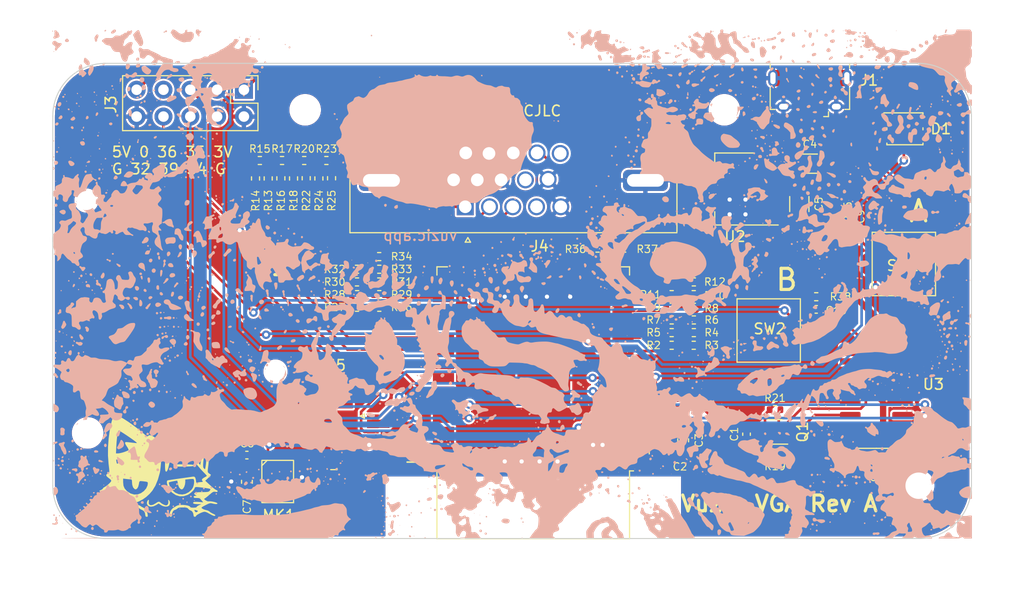
<source format=kicad_pcb>
(kicad_pcb (version 20211014) (generator pcbnew)
  (layers (0 "F.Cu" signal) (31 "B.Cu" signal) (34 "B.Paste" user) (35 "F.Paste" user) (36 "B.SilkS" user "B.Silkscreen") (37 "F.SilkS" user "F.Silkscreen") (38 "B.Mask" user) (39 "F.Mask" user) (44 "Edge.Cuts" user))
  (net 0 "")
  (net 1 "GND")
  (net 2 "/A_BUTTON")
  (net 3 "EN")
  (net 4 "+3V3")
  (net 5 "VUSB")
  (net 6 "/J_BUTTON")
  (net 7 "/G1")
  (net 8 "USBD_N")
  (net 9 "USBD_P")
  (net 10 "/MCK")
  (net 11 "/MDA")
  (net 12 "RTS")
  (net 13 "Net-(Q1-Pad2)")
  (net 14 "GPIO0")
  (net 15 "DTR")
  (net 16 "Net-(Q1-Pad5)")
  (net 17 "/G2")
  (net 18 "/R3")
  (net 19 "Net-(R13-Pad2)")
  (net 20 "/B1")
  (net 21 "/R4")
  (net 22 "/RED")
  (net 23 "/R5")
  (net 24 "Net-(R20-Pad1)")
  (net 25 "RX")
  (net 26 "TX")
  (net 27 "/G3")
  (net 28 "/R2")
  (net 29 "/B2")
  (net 30 "/G4")
  (net 31 "/GREEN")
  (net 32 "/R1")
  (net 33 "/G5")
  (net 34 "/L{slash}R")
  (net 35 "/U{slash}D")
  (net 36 "/B3")
  (net 37 "/BLUE")
  (net 38 "/B4")
  (net 39 "/HSYNC")
  (net 40 "/VSYNC")
  (net 41 "/LED")
  (net 47 "Net-(J4-Pad13)")
  (net 48 "Net-(J4-Pad14)")
  (net 50 "Net-(R2-Pad2)")
  (net 51 "Net-(R4-Pad1)")
  (net 52 "Net-(R6-Pad1)")
  (net 53 "Net-(R10-Pad2)")
  (net 54 "Net-(R15-Pad1)")
  (net 55 "Net-(R17-Pad1)")
  (net 56 "Net-(R26-Pad2)")
  (net 57 "Net-(R28-Pad1)")
  (net 58 "Net-(R30-Pad1)")
  (net 73 "Net-(D1-Pad4)")
  (footprint "Resistor_SMD:R_0402_1005Metric" (layer "F.Cu") (at 110.7 97.9 -90)
    (fp_text reference "R1")
    (fp_text value "10k")
  )
  (footprint "Capacitor_SMD:C_0603_1608Metric" (layer "F.Cu") (at 129 102.7)
    (fp_text reference "C8")
    (fp_text value "0.1uF")
  )
  (footprint "RF_Module:ESP32-WROOM-32" (layer "F.Cu") (at 96.5 94.15 180)
    (fp_text reference "U1")
    (fp_text value "ESP32-WROOM-32U")
  )
  (footprint "Resistor_SMD:R_0402_1005Metric" (layer "F.Cu") (at 76.91 74.2 180)
    (fp_text reference "R23")
    (fp_text value "100")
  )
  (footprint "Resistor_SMD:R_0402_1005Metric" (layer "F.Cu") (at 111.7 91.7 180)
    (fp_text reference "R3")
    (fp_text value "200")
  )
  (footprint "Resistor_SMD:R_0402_1005Metric" (layer "F.Cu") (at 81.92 86.9 180)
    (fp_text reference "R29")
    (fp_text value "200")
  )
  (footprint "Resistor_SMD:R_0402_1005Metric" (layer "F.Cu") (at 123.3 87.1 180)
    (fp_text reference "R38")
    (fp_text value "10k")
  )
  (footprint "Package_TO_SOT_SMD:SOT-363_SC-70-6" (layer "F.Cu") (at 119.4 99.9 180)
    (fp_text reference "Q1")
    (fp_text value "UMH3N")
  )
  (footprint "Capacitor_SMD:C_0402_1005Metric" (layer "F.Cu") (at 69.38 102.1)
    (fp_text reference "C6")
    (fp_text value "0.1uF")
  )
  (footprint "Resistor_SMD:R_0402_1005Metric" (layer "F.Cu") (at 126.3 81.3 90)
    (fp_text reference "R35")
    (fp_text value "10k")
  )
  (footprint "Resistor_SMD:R_0402_1005Metric" (layer "F.Cu") (at 81.92 85.7 180)
    (fp_text reference "R31")
    (fp_text value "200")
  )
  (footprint "Resistor_SMD:R_0402_1005Metric" (layer "F.Cu") (at 79.81 84.5 180)
    (fp_text reference "R32")
    (fp_text value "100")
  )
  (footprint "MountingHole:MountingHole_2.5mm" (layer "F.Cu") (at 54.3 100)
    (fp_text reference "H4" hide)
    (fp_text value "MountingHole")
  )
  (footprint "Package_SO:SOIC-16_3.9x9.9mm_P1.27mm" (layer "F.Cu") (at 129 96.4 180)
    (fp_text reference "U3")
    (fp_text value "CH340C")
  )
  (footprint "Resistor_SMD:R_0402_1005Metric" (layer "F.Cu") (at 74.81 74.2 180)
    (fp_text reference "R20")
    (fp_text value "100")
  )
  (footprint "angio:1TS900A" (layer "F.Cu") (at 118.8 90.3 180)
    (fp_text reference "SW2")
    (fp_text value "SW_Push")
  )
  (footprint "Package_TO_SOT_SMD:SOT-223-3_TabPin2" (layer "F.Cu") (at 115.6 76.9 180)
    (fp_text reference "U2")
    (fp_text value "AMS1117-3.3")
  )
  (footprint "Resistor_SMD:R_0402_1005Metric" (layer "F.Cu") (at 111.71 89.3)
    (fp_text reference "R6")
    (fp_text value "100")
  )
  (footprint "MountingHole:MountingHole_2.5mm" (layer "F.Cu") (at 114.6 69.4)
    (fp_text reference "H2" hide)
    (fp_text value "MountingHole")
  )
  (footprint "Capacitor_SMD:C_0402_1005Metric" (layer "F.Cu") (at 123.3 88.3 180)
    (fp_text reference "C10")
    (fp_text value "0.1uF")
  )
  (footprint "Resistor_SMD:R_0402_1005Metric" (layer "F.Cu") (at 119.4 97.8 180)
    (fp_text reference "R21")
    (fp_text value "10k")
  )
  (footprint "vuzic:joycon" (layer "F.Cu") (at 61.210476 87.2)
    (fp_text reference "J5")
    (fp_text value "joycon")
  )
  (footprint "MSM261:MSM261D4030H1CPM" (layer "F.Cu") (at 72.3 104.6 180)
    (fp_text reference "MK1")
    (fp_text value "MSM261D4030H1CPM")
  )
  (footprint "Capacitor_SMD:C_1206_3216Metric" (layer "F.Cu") (at 122.7 74.5)
    (fp_text reference "C4")
    (fp_text value "22uF")
  )
  (footprint "Connector_USB:USB_Micro-B_Amphenol_10118194_Horizontal" (layer "F.Cu") (at 122.7 67.7 180)
    (fp_text reference "J1")
    (fp_text value "10118194-0001LF")
  )
  (footprint "Resistor_SMD:R_0402_1005Metric" (layer "F.Cu") (at 72.6 75.89 90)
    (fp_text reference "R16")
    (fp_text value "200")
  )
  (footprint "Resistor_SMD:R_0402_1005Metric" (layer "F.Cu") (at 75 75.88 90)
    (fp_text reference "R22")
    (fp_text value "200")
  )
  (footprint "Capacitor_SMD:C_0402_1005Metric" (layer "F.Cu") (at 127.5 81.3 90)
    (fp_text reference "C9")
    (fp_text value "0.1uF")
  )
  (footprint "Resistor_SMD:R_0402_1005Metric" (layer "F.Cu") (at 81.92 88.1 180)
    (fp_text reference "R26")
    (fp_text value "200")
  )
  (footprint "Resistor_SMD:R_0402_1005Metric" (layer "F.Cu") (at 77.4 75.88 -90)
    (fp_text reference "R25")
    (fp_text value "50")
  )
  (footprint "Resistor_SMD:R_0402_1005Metric" (layer "F.Cu") (at 70.2 75.9 90)
    (fp_text reference "R14")
    (fp_text value "200")
  )
  (footprint "angio:1TS900A" (layer "F.Cu") (at 131.6 84)
    (fp_text reference "SW1")
    (fp_text value "SW_Push")
  )
  (footprint "Resistor_SMD:R_0402_1005Metric" (layer "F.Cu") (at 109.61 91.7)
    (fp_text reference "R2")
    (fp_text value "200")
  )
  (footprint "Resistor_SMD:R_0402_1005Metric" (layer "F.Cu") (at 79.81 88.1)
    (fp_text reference "R27")
    (fp_text value "200")
  )
  (footprint "footprints:peragato" (layer "F.Cu") (at 61.08439 102)
    (fp_text reference "G***" hide)
    (fp_text value "LOGO" hide)
  )
  (footprint "Resistor_SMD:R_0402_1005Metric" (layer "F.Cu") (at 119.4 102 180)
    (fp_text reference "R19")
    (fp_text value "10k")
  )
  (footprint "Capacitor_SMD:C_0603_1608Metric" (layer "F.Cu") (at 69.385 104.63 -90)
    (fp_text reference "C7")
    (fp_text value "10uF")
  )
  (footprint "Resistor_SMD:R_0402_1005Metric" (layer "F.Cu") (at 102.59 82.5)
    (fp_text reference "R36")
    (fp_text value "100")
  )
  (footprint "Resistor_SMD:R_0402_1005Metric" (layer "F.Cu") (at 109.61 90.5)
    (fp_text reference "R5")
    (fp_text value "200")
  )
  (footprint "MountingHole:MountingHole_2.5mm" (layer "F.Cu") (at 133 105)
    (fp_text reference "H3" hide)
    (fp_text value "MountingHole")
  )
  (footprint "Capacitor_SMD:C_0603_1608Metric" (layer "F.Cu") (at 110.7 100.7 -90)
    (fp_text reference "C3")
    (fp_text value "0.1uF")
  )
  (footprint "Resistor_SMD:R_0402_1005Metric" (layer "F.Cu") (at 111.7 86.9)
    (fp_text reference "R10")
    (fp_text value "100")
  )
  (footprint "Resistor_SMD:R_0402_1005Metric" (layer "F.Cu") (at 81.92 84.5 180)
    (fp_text reference "R33")
    (fp_text value "200")
  )
  (footprint "Capacitor_SMD:C_0402_1005Metric" (layer "F.Cu") (at 116.7 100.12 90)
    (fp_text reference "C1")
    (fp_text value "0.1uF")
  )
  (footprint "LED_SMD:LED_Kingbright_AAA3528ESGCT" (layer "F.Cu") (at 131.7 71.2)
    (fp_text reference "D1")
    (fp_text value "WS2812B-3528")
  )
  (footprint "Resistor_SMD:R_0402_1005Metric" (layer "F.Cu") (at 71.4 75.9 90)
    (fp_text reference "R13")
    (fp_text value "200")
  )
  (footprint "Resistor_SMD:R_0402_1005Metric" (layer "F.Cu") (at 111.71 85.7)
    (fp_text reference "R12")
    (fp_text value "50")
  )
  (footprint "Resistor_SMD:R_0402_1005Metric" (layer "F.Cu") (at 109.61 88.1)
    (fp_text reference "R9")
    (fp_text value "200")
  )
  (footprint "Resistor_SMD:R_0402_1005Metric" (layer "F.Cu") (at 109.61 86.9)
    (fp_text reference "R11")
    (fp_text value "200")
  )
  (footprint "MountingHole:MountingHole_2.5mm" (layer "F.Cu") (at 74.9 69.4)
    (fp_text reference "H1" hide)
    (fp_text value "MountingHole")
  )
  (footprint "Resistor_SMD:R_0402_1005Metric" (layer "F.Cu") (at 76.2 75.9 90)
    (fp_text reference "R24")
    (fp_text value "200")
  )
  (footprint "Resistor_SMD:R_0402_1005Metric" (layer "F.Cu") (at 70.61 74.2 180)
    (fp_text reference "R15")
    (fp_text value "100")
  )
  (footprint "Resistor_SMD:R_0402_1005Metric" (layer "F.Cu") (at 73.8 75.9 90)
    (fp_text reference "R18")
    (fp_text value "200")
  )
  (footprint "Capacitor_SMD:C_1206_3216Metric" (layer "F.Cu") (at 108.4 101.275 -90)
    (fp_text reference "C2")
    (fp_text value "22uF")
  )
  (footprint "Resistor_SMD:R_0402_1005Metric" (layer "F.Cu") (at 111.71 90.5)
    (fp_text reference "R4")
    (fp_text value "100")
  )
  (footprint "Resistor_SMD:R_0402_1005Metric" (layer "F.Cu") (at 72.71 74.2 180)
    (fp_text reference "R17")
    (fp_text value "100")
  )
  (footprint "Connector_Dsub:DSUB-15-HD_Female_Horizontal_P2.29x1.98mm_EdgePinOffset3.03mm_Housed_MountingHolesOffset4.94mm" (layer "F.Cu") (at 90.31 78.1325 180)
    (fp_text reference "J4")
    (fp_text value "DB15_Female_HighDensity")
  )
  (footprint "Connector_PinHeader_2.54mm:PinHeader_2x05_P2.54mm_Vertical" (layer "F.Cu") (at 69.1 67.5 -90)
    (fp_text reference "J3")
    (fp_text value "IO")
  )
  (footprint "Resistor_SMD:R_0402_1005Metric" (layer "F.Cu") (at 81.91 83.3)
    (fp_text reference "R34")
    (fp_text value "50")
  )
  (footprint "Resistor_SMD:R_0402_1005Metric" (layer "F.Cu") (at 111.71 88.1)
    (fp_text reference "R8")
    (fp_text value "100")
  )
  (footprint "Capacitor_SMD:C_1206_3216Metric" (layer "F.Cu") (at 121.7 78.325 -90)
    (fp_text reference "C5")
    (fp_text value "22uF")
  )
  (footprint "Resistor_SMD:R_0402_1005Metric" (layer "F.Cu") (at 79.81 85.7 180)
    (fp_text reference "R30")
    (fp_text value "100")
  )
  (footprint "Resistor_SMD:R_0402_1005Metric" (layer "F.Cu") (at 79.82 86.9 180)
    (fp_text reference "R28")
    (fp_text value "100")
  )
  (footprint "Resistor_SMD:R_0402_1005Metric" (layer "F.Cu") (at 109.61 89.3)
    (fp_text reference "R7")
    (fp_text value "200")
  )
  (footprint "Resistor_SMD:R_0402_1005Metric" (layer "F.Cu") (at 105.11 82.5 180)
    (fp_text reference "R37")
    (fp_text value "100")
  )
  (footprint "LOGO" (layer "B.Cu") (at 94.5 85.9 180)
    (fp_text reference "G***" hide)
    (fp_text value "LOGO" hide)
  )
  (gr_line (start 51 70) (end 51 105) (layer "Edge.Cuts") (width 0.1))
  (gr_arc (start 56 110) (mid 52.464466 108.535534) (end 51 105) (layer "Edge.Cuts") (width 0.1))
  (gr_arc (start 51 70) (mid 52.464466 66.464466) (end 56 65) (layer "Edge.Cuts") (width 0.1))
  (gr_line (start 138 105) (end 138 70) (layer "Edge.Cuts") (width 0.1))
  (gr_line (start 56 65) (end 133 65) (layer "Edge.Cuts") (width 0.1))
  (gr_arc (start 133 65) (mid 136.535534 66.464466) (end 138 70) (layer "Edge.Cuts") (width 0.1))
  (gr_arc (start 138 105) (mid 136.535534 108.535534) (end 133 110) (layer "Edge.Cuts") (width 0.1))
  (gr_line (start 56 110) (end 133 110) (layer "Edge.Cuts") (width 0.1))
  (gr_text "vuzic.app" (at 85.8 81.3) (layer "B.SilkS") (effects (font (size 1 1)) (justify mirror)))
  (gr_text "A" (at 133 79) (layer "F.SilkS") (effects (font (size 2 2) (thickness 0.3))))
  (gr_text "J" (at 72.5 84.1) (layer "F.SilkS") (effects (font (size 2 2) (thickness 0.3))))
  (gr_text "JLCJLCJLCJLC" (at 94 69.5) (layer "F.SilkS") (effects (font (size 1 1))))
  (gr_text "Vuzic VGA Rev A" (at 119.8 106.7) (layer "F.SilkS") (effects (font (size 1.5 1.5) (thickness 0.3))))
  (gr_text "5V 0 36 35 3V\nG 32 39 34 G" (at 56.5 74.2) (layer "F.SilkS") (effects (font (size 1 1)) (justify left)))
  (gr_text "B" (at 120.5 85.5) (layer "F.SilkS") (effects (font (size 2 2) (thickness 0.3))))
  (segment (start 71.075 104.6) (end 71.2 104.6) (width 0.25) (layer "F.Cu") (net 1))
  (segment (start 122.79 88.27) (end 122.82 88.3) (width 0.25) (layer "F.Cu") (net 1))
  (segment (start 71.2 104.6) (end 71.875 105.275) (width 0.25) (layer "F.Cu") (net 1))
  (via (at 115.1 79.3) (size 0.8) (drill 0.4) (layers "F.Cu" "B.Cu") (net 1))
  (via (at 95.8 87.1) (size 0.8) (drill 0.4) (layers "F.Cu" "B.Cu") (net 1))
  (via (at 98.8 102.7) (size 0.8) (drill 0.4) (layers "F.Cu" "B.Cu") (net 1))
  (via (at 93.8 102.7) (size 0.8) (drill 0.4) (layers "F.Cu" "B.Cu") (net 1))
  (via (at 116.6 79.3) (size 0.8) (drill 0.4) (layers "F.Cu" "B.Cu") (net 1))
  (via (at 93.8 87.1) (size 0.8) (drill 0.4) (layers "F.Cu" "B.Cu") (net 1))
  (via (at 100 87.1) (size 0.8) (drill 0.4) (layers "F.Cu" "B.Cu") (net 1))
  (via (at 67.9 104.6) (size 0.8) (drill 0.4) (layers "F.Cu" "B.Cu") (net 1))
  (via (at 116.6 77.9) (size 0.8) (drill 0.4) (layers "F.Cu" "B.Cu") (net 1))
  (via (at 74.6 104.2) (size 0.8) (drill 0.4) (layers "F.Cu" "B.Cu") (net 1))
  (via (at 97.8 87.1) (size 0.8) (drill 0.4) (layers "F.Cu" "B.Cu") (net 1))
  (via (at 115.1 77.9) (size 0.8) (drill 0.4) (layers "F.Cu" "B.Cu") (net 1))
  (via (at 95.4 102.7) (size 0.8) (drill 0.4) (layers "F.Cu" "B.Cu") (net 1))
  (via (at 97.1 102.7) (size 0.8) (drill 0.4) (layers "F.Cu" "B.Cu") (net 1))
  (segment (start 128.9 86.2) (end 128.9 84.3) (width 0.25) (layer "F.Cu") (net 2))
  (segment (start 127.47 81.81) (end 127.5 81.78) (width 0.25) (layer "F.Cu") (net 2))
  (segment (start 128.9 84.3) (end 128.6 84) (width 0.25) (layer "F.Cu") (net 2))
  (segment (start 105.705 98.595) (end 105 98.595) (width 0.25) (layer "F.Cu") (net 2))
  (segment (start 108.1 94.7) (end 108.1 96.2) (width 0.25) (layer "F.Cu") (net 2))
  (segment (start 128.6 82.88) (end 128.6 84) (width 0.25) (layer "F.Cu") (net 2))
  (segment (start 127.5 81.78) (end 128.6 82.88) (width 0.25) (layer "F.Cu") (net 2))
  (segment (start 108.1 96.2) (end 105.705 98.595) (width 0.25) (layer "F.Cu") (net 2))
  (segment (start 68.7 80.8) (end 65.3 77.4) (width 0.25) (layer "F.Cu") (net 2))
  (segment (start 65.3 77.4) (end 65.3 68.78) (width 0.25) (layer "F.Cu") (net 2))
  (segment (start 65.3 68.78) (end 64.02 67.5) (width 0.25) (layer "F.Cu") (net 2))
  (segment (start 126.3 81.81) (end 127.47 81.81) (width 0.25) (layer "F.Cu") (net 2))
  (via (at 128.9 86.2) (size 0.8) (drill 0.4) (layers "F.Cu" "B.Cu") (net 2))
  (via (at 108.1 94.7) (size 0.8) (drill 0.4) (layers "F.Cu" "B.Cu") (net 2))
  (via (at 68.7 80.8) (size 0.8) (drill 0.4) (layers "F.Cu" "B.Cu") (net 2))
  (segment (start 124.5 94.6) (end 128.9 90.2) (width 0.25) (layer "B.Cu") (net 2))
  (segment (start 84.3 92.7) (end 106.1 92.7) (width 0.25) (layer "B.Cu") (net 2))
  (segment (start 108.1 94.7) (end 108.2 94.6) (width 0.25) (layer "B.Cu") (net 2))
  (segment (start 83.6 92) (end 84.3 92.7) (width 0.25) (layer "B.Cu") (net 2))
  (segment (start 128.9 90.2) (end 128.9 86.2) (width 0.25) (layer "B.Cu") (net 2))
  (segment (start 68.7 80.8) (end 68.7 90.1) (width 0.25) (layer "B.Cu") (net 2))
  (segment (start 68.7 90.1) (end 70.6 92) (width 0.25) (layer "B.Cu") (net 2))
  (segment (start 70.6 92) (end 83.6 92) (width 0.25) (layer "B.Cu") (net 2))
  (segment (start 106.1 92.7) (end 108.1 94.7) (width 0.25) (layer "B.Cu") (net 2))
  (segment (start 108.2 94.6) (end 124.5 94.6) (width 0.25) (layer "B.Cu") (net 2))
  (segment (start 107.99 98.2) (end 108 98.2) (width 0.25) (layer "F.Cu") (net 3))
  (segment (start 112.3 97.4) (end 115.54 100.64) (width 0.25) (layer "F.Cu") (net 3))
  (segment (start 108.8 97.4) (end 112.3 97.4) (width 0.25) (layer "F.Cu") (net 3))
  (segment (start 105 99.865) (end 106.335 99.865) (width 0.25) (layer "F.Cu") (net 3))
  (segment (start 107.99 98.21) (end 107.99 98.2) (width 0.25) (layer "F.Cu") (net 3))
  (segment (start 106.335 99.865) (end 107.99 98.21) (width 0.25) (layer "F.Cu") (net 3))
  (segment (start 118.36 100.64) (end 118.45 100.55) (width 0.25) (layer "F.Cu") (net 3))
  (segment (start 108 98.2) (end 108.8 97.4) (width 0.25) (layer "F.Cu") (net 3))
  (segment (start 115.54 100.64) (end 118.36 100.64) (width 0.25) (layer "F.Cu") (net 3))
  (segment (start 71.875 103.59323) (end 71.875 103.925) (width 0.25) (layer "F.Cu") (net 4))
  (segment (start 126.29 80.79) (end 123.45 77.95) (width 0.25) (layer "F.Cu") (net 4))
  (segment (start 69.86 102.1) (end 69.86 102.80742) (width 0.25) (layer "F.Cu") (net 4))
  (segment (start 111.925 99.925) (end 116.9 104.9) (width 0.6) (layer "F.Cu") (net 4))
  (segment (start 71.37548 103.09371) (end 71.875 103.59323) (width 0.25) (layer "F.Cu") (net 4))
  (segment (start 110.675 99.9) (end 110.7 99.925) (width 0.6) (layer "F.Cu") (net 4))
  (segment (start 71.5 101.1) (end 71.37548 101.22452) (width 0.25) (layer "F.Cu") (net 4))
  (segment (start 69.86 102.80742) (end 70.14629 103.09371) (width 0.25) (layer "F.Cu") (net 4))
  (segment (start 129.3 89.4) (end 129.3 96.7) (width 0.6) (layer "F.Cu") (net 4))
  (segment (start 112.45 71.05) (end 112.45 76.9) (width 0.4) (layer "F.Cu") (net 4))
  (segment (start 70.2 66.4) (end 107.8 66.4) (width 0.4) (layer "F.Cu") (net 4))
  (segment (start 129.635 99.065) (end 127.855 100.845) (width 0.6) (layer "F.Cu") (net 4))
  (segment (start 121.8 76.95) (end 122.35 76.95) (width 0.6) (layer "F.Cu") (net 4))
  (segment (start 108.5 99.8) (end 107.9 99.8) (width 0.6) (layer "F.Cu") (net 4))
  (segment (start 106.565 101.135) (end 105 101.135) (width 0.6) (layer "F.Cu") (net 4))
  (segment (start 107.8 66.4) (end 112.45 71.05) (width 0.4) (layer "F.Cu") (net 4))
  (segment (start 126.3 80.79) (end 126.29 80.79) (width 0.25) (layer "F.Cu") (net 4))
  (segment (start 122.79 87.1) (end 122.79 84.91) (width 0.25) (layer "F.Cu") (net 4))
  (segment (start 108.6 99.9) (end 110.675 99.9) (width 0.6) (layer "F.Cu") (net 4))
  (segment (start 81.310476 100.4) (end 81.310476 100.789524) (width 0.25) (layer "F.Cu") (net 4))
  (segment (start 103.065 101.135) (end 102.165 101.135) (width 0.4) (layer "F.Cu") (net 4))
  (segment (start 116.9 104.9) (end 126.025 104.9) (width 0.6) (layer "F.Cu") (net 4))
  (segment (start 128.225 102.7) (end 128.225 101.215) (width 0.6) (layer "F.Cu") (net 4))
  (segment (start 122.35 76.95) (end 123.8 78.4) (width 0.6) (layer "F.Cu") (net 4))
  (segment (start 71.37548 101.22452) (end 71.37548 103.09371) (width 0.25) (layer "F.Cu") (net 4))
  (segment (start 128.225 101.215) (end 127.855 100.845) (width 0.6) (layer "F.Cu") (net 4))
  (segment (start 69.1 67.5) (end 70.2 66.4) (width 0.4) (layer "F.Cu") (net 4))
  (segment (start 81.310476 100.789524) (end 80.965 101.135) (width 0.25) (layer "F.Cu") (net 4))
  (segment (start 129.635 97.035) (end 129.635 99.065) (width 0.6) (layer "F.Cu") (net 4))
  (segment (start 108.5 99.8) (end 108.6 99.9) (width 0.6) (layer "F.Cu") (net 4))
  (segment (start 110.7 99.925) (end 111.925 99.925) (width 0.6) (layer "F.Cu") (net 4))
  (segment (start 70.14629 103.09371) (end 69.385 103.855) (width 0.25) (layer "F.Cu") (net 4))
  (segment (start 123.8 78.4) (end 123.8 83.9) (width 0.6) (layer "F.Cu") (net 4))
  (segment (start 107.9 99.8) (end 106.565 101.135) (width 0.6) (layer "F.Cu") (net 4))
  (segment (start 121.65 76.9) (end 118.75 76.9) (width 0.6) (layer "F.Cu") (net 4))
  (segment (start 129.3 96.7) (end 129.635 97.035) (width 0.6) (layer "F.Cu") (net 4))
  (segment (start 110.7 99.925) (end 110.7 98.41) (width 0.25) (layer "F.Cu") (net 4))
  (segment (start 127.855 100.845) (end 126.525 100.845) (width 0.6) (layer "F.Cu") (net 4))
  (segment (start 123.8 83.9) (end 129.3 89.4) (width 0.6) (layer "F.Cu") (net 4))
  (segment (start 105 101.135) (end 103.065 101.135) (width 0.4) (layer "F.Cu") (net 4))
  (segment (start 122.79 84.91) (end 123.8 83.9) (width 0.25) (layer "F.Cu") (net 4))
  (segment (start 129.635 97.035) (end 131.475 97.035) (width 0.6) (layer "F.Cu") (net 4))
  (segment (start 71.37548 103.09371) (end 70.14629 103.09371) (width 0.25) (layer "F.Cu") (net 4))
  (segment (start 126.025 104.9) (end 128.225 102.7) (width 0.6) (layer "F.Cu") (net 4))
  (via (at 103.065 101.135) (size 0.8) (drill 0.4) (layers "F.Cu" "B.Cu") (net 4))
  (via (at 71.5 101.1) (size 0.8) (drill 0.4) (layers "F.Cu" "B.Cu") (net 4))
  (via (at 102.165 101.135) (size 0.8) (drill 0.4) (layers "F.Cu" "B.Cu") (net 4))
  (via (at 80.965 101.135) (size 0.8) (drill 0.4) (layers "F.Cu" "B.Cu") (net 4))
  (segment (start 71.5 101.1) (end 71.535 101.135) (width 0.4) (layer "B.Cu") (net 4))
  (segment (start 103.065 101.135) (end 80.965 101.135) (width 0.4) (layer "B.Cu") (net 4))
  (segment (start 71.535 101.135) (end 80.965 101.135) (width 0.4) (layer "B.Cu") (net 4))
  (segment (start 60.84 65.6) (end 58.94 67.5) (width 0.4) (layer "F.Cu") (net 5))
  (segment (start 123.824022 67.8) (end 130.7 67.8) (width 0.25) (layer "F.Cu") (net 5))
  (segment (start 118.75 68.25) (end 118.75 74.6) (width 0.6) (layer "F.Cu") (net 5))
  (segment (start 124 69.1) (end 124 67.975978) (width 0.6) (layer "F.Cu") (net 5))
  (segment (start 118.75 68.25) (end 116.1 65.6) (width 0.4) (layer "F.Cu") (net 5))
  (segment (start 124 67.975978) (end 123.824022 67.8) (width 0.6) (layer "F.Cu") (net 5))
  (segment (start 131.6 68.7) (end 131.6 70.9) (width 0.25) (layer "F.Cu") (net 5))
  (segment (start 131.6 70.9) (end 132.625 71.925) (width 0.25) (layer "F.Cu") (net 5))
  (segment (start 119.2 67.8) (end 118.75 68.25) (width 0.6) (layer "F.Cu") (net 5))
  (segment (start 123.824022 67.8) (end 119.2 67.8) (width 0.6) (layer "F.Cu") (net 5))
  (segment (start 130.7 67.8) (end 131.6 68.7) (width 0.25) (layer "F.Cu") (net 5))
  (segment (start 121.65 74.6) (end 118.75 74.6) (width 0.6) (layer "F.Cu") (net 5))
  (segment (start 132.625 71.925) (end 133.1 71.925) (width 0.25) (layer "F.Cu") (net 5))
  (segment (start 116.1 65.6) (end 60.84 65.6) (width 0.4) (layer "F.Cu") (net 5))
  (segment (start 81.310476 99.4) (end 82.8 99.4) (width 0.25) (layer "F.Cu") (net 6))
  (segment (start 102.975 97.325) (end 100.8 99.5) (width 0.25) (layer "F.Cu") (net 6))
  (segment (start 82.8 99.4) (end 83.6 98.6) (width 0.25) (layer "F.Cu") (net 6))
  (segment (start 83.6 98.6) (end 85.4 98.6) (width 0.25) (layer "F.Cu") (net 6))
  (segment (start 105 97.325) (end 102.975 97.325) (width 0.25) (layer "F.Cu") (net 6))
  (via (at 100.8 99.5) (size 0.8) (drill 0.4) (layers "F.Cu" "B.Cu") (net 6))
  (via (at 85.4 98.6) (size 0.8) (drill 0.4) (layers "F.Cu" "B.Cu") (net 6))
  (segment (start 64.02 92.82) (end 64.02 70.04) (width 0.25) (layer "B.Cu") (net 6))
  (segment (start 85.4 98.6) (end 87.7 98.6) (width 0.25) (layer "B.Cu") (net 6))
  (segment (start 88.7 99.6) (end 100.7 99.6) (width 0.25) (layer "B.Cu") (net 6))
  (segment (start 84.1 99.8) (end 71 99.8) (width 0.25) (layer "B.Cu") (net 6))
  (segment (start 87.7 98.6) (end 88.7 99.6) (width 0.25) (layer "B.Cu") (net 6))
  (segment (start 85.4 98.6) (end 85.3 98.6) (width 0.25) (layer "B.Cu") (net 6))
  (segment (start 85.3 98.6) (end 84.1 99.8) (width 0.25) (layer "B.Cu") (net 6))
  (segment (start 100.7 99.6) (end 100.8 99.5) (width 0.25) (layer "B.Cu") (net 6))
  (segment (start 71 99.8) (end 64.02 92.82) (width 0.25) (layer "B.Cu") (net 6))
  (segment (start 86.055 96.055) (end 84.3 94.3) (width 0.25) (layer "F.Cu") (net 7))
  (segment (start 71.5 76.51) (end 71.4 76.41) (width 0.25) (layer "F.Cu") (net 7))
  (segment (start 71.5 86.965006) (end 71.5 76.51) (width 0.25) (layer "F.Cu") (net 7))
  (segment (start 88 96.055) (end 86.055 96.055) (width 0.25) (layer "F.Cu") (net 7))
  (segment (start 84.3 94.3) (end 78.834994 94.3) (width 0.25) (layer "F.Cu") (net 7))
  (segment (start 78.834994 94.3) (end 71.5 86.965006) (width 0.25) (layer "F.Cu") (net 7))
  (segment (start 123.937499 70.7) (end 125.45 70.7) (width 0.2) (layer "F.Cu") (net 8))
  (segment (start 125.45 70.7) (end 132.625 77.875) (width 0.2) (layer "F.Cu") (net 8))
  (segment (start 123.35 69.1) (end 123.35 70.112501) (width 0.2) (layer "F.Cu") (net 8))
  (segment (start 132.625 77.875) (end 132.625 86.9068) (width 0.2) (layer "F.Cu") (net 8))
  (segment (start 132.625 86.9068) (end 134.925 89.2068) (width 0.2) (layer "F.Cu") (net 8))
  (segment (start 131.505 94.525) (end 131.475 94.495) (width 0.2) (layer "F.Cu") (net 8))
  (segment (start 134.925 89.2068) (end 134.925 94.1932) (width 0.2) (layer "F.Cu") (net 8))
  (segment (start 134.925 94.1932) (end 134.5932 94.525) (width 0.2) (layer "F.Cu") (net 8))
  (segment (start 123.35 70.112501) (end 123.937499 70.7) (width 0.2) (layer "F.Cu") (net 8))
  (segment (start 134.5932 94.525) (end 131.505 94.525) (width 0.2) (layer "F.Cu") (net 8))
  (segment (start 134.475 89.3932) (end 134.475 94.0068) (width 0.2) (layer "F.Cu") (net 9))
  (segment (start 134.475 94.0068) (end 134.4068 94.075) (width 0.2) (layer "F.Cu") (net 9))
  (segment (start 122.7 69.1) (end 122.7 70.112501) (width 0.2) (layer "F.Cu") (net 9))
  (segment (start 132.595006 94.075) (end 132.460906 93.9409) (width 0.2) (layer "F.Cu") (net 9))
  (segment (start 132.175 87.0932) (end 134.475 89.3932) (width 0.2) (layer "F.Cu") (net 9))
  (segment (start 132.460906 93.9409) (end 130.489094 93.9409) (width 0.2) (layer "F.Cu") (net 9))
  (segment (start 134.4068 94.075) (end 132.595006 94.075) (width 0.2) (layer "F.Cu") (net 9))
  (segment (start 130.865 95.765) (end 131.475 95.765) (width 0.2) (layer "F.Cu") (net 9))
  (segment (start 122.7 70.112501) (end 123.787499 71.2) (width 0.2) (layer "F.Cu") (net 9))
  (segment (start 125.3 71.2) (end 132.175 78.075) (width 0.2) (layer "F.Cu") (net 9))
  (segment (start 130.489094 93.9409) (end 130.25048 94.179514) (width 0.2) (layer "F.Cu") (net 9))
  (segment (start 123.787499 71.2) (end 125.3 71.2) (width 0.2) (layer "F.Cu") (net 9))
  (segment (start 130.25048 94.179514) (end 130.25048 95.15048) (width 0.2) (layer "F.Cu") (net 9))
  (segment (start 132.175 78.075) (end 132.175 87.0932) (width 0.2) (layer "F.Cu") (net 9))
  (segment (start 130.25048 95.15048) (end 130.865 95.765) (width 0.2) (layer "F.Cu") (net 9))
  (segment (start 83.865 101.135) (end 80 105) (width 0.25) (layer "F.Cu") (net 10))
  (segment (start 74.83823 105) (end 73.81371 106.02452) (width 0.25) (layer "F.Cu") (net 10))
  (segment (start 88 101.135) (end 83.865 101.135) (width 0.25) (layer "F.Cu") (net 10))
  (segment (start 72.725 105.44323) (end 72.725 105.275) (width 0.25) (layer "F.Cu") (net 10))
  (segment (start 80 105) (end 74.83823 105) (width 0.25) (layer "F.Cu") (net 10))
  (segment (start 73.81371 106.02452) (end 73.30629 106.02452) (width 0.25) (layer "F.Cu") (net 10))
  (segment (start 73.30629 106.02452) (end 72.725 105.44323) (width 0.25) (layer "F.Cu") (net 10))
  (segment (start 88 99.865) (end 84.135 99.865) (width 0.25) (layer "F.Cu") (net 11))
  (segment (start 73.30629 103.17548) (end 72.725 103.75677) (width 0.25) (layer "F.Cu") (net 11))
  (segment (start 75.553904 104.2) (end 74.529384 103.17548) (width 0.25) (layer "F.Cu") (net 11))
  (segment (start 84.135 99.865) (end 79.8 104.2) (width 0.25) (layer "F.Cu") (net 11))
  (segment (start 74.529384 103.17548) (end 73.30629 103.17548) (width 0.25) (layer "F.Cu") (net 11))
  (segment (start 79.8 104.2) (end 75.553904 104.2) (width 0.25) (layer "F.Cu") (net 11))
  (segment (start 72.725 103.75677) (end 72.725 103.925) (width 0.25) (layer "F.Cu") (net 11))
  (segment (start 123.17 98.305) (end 126.525 98.305) (width 0.25) (layer "F.Cu") (net 12))
  (segment (start 119.91 100.99) (end 120.35 100.55) (width 0.25) (layer "F.Cu") (net 12))
  (segment (start 120.925 100.55) (end 123.17 98.305) (width 0.25) (layer "F.Cu") (net 12))
  (segment (start 119.91 102) (end 119.91 100.99) (width 0.25) (layer "F.Cu") (net 12))
  (segment (start 120.35 100.55) (end 120.925 100.55) (width 0.25) (layer "F.Cu") (net 12))
  (segment (start 119.91 97.8) (end 119.750489 97.959511) (width 0.25) (layer "F.Cu") (net 13))
  (segment (start 120.024511 99.9) (end 120.35 99.9) (width 0.25) (layer "F.Cu") (net 13))
  (segment (start 119.750489 99.625978) (end 120.024511 99.9) (width 0.25) (layer "F.Cu") (net 13))
  (segment (start 119.750489 97.959511) (end 119.750489 99.625978) (width 0.25) (layer "F.Cu") (net 13))
  (segment (start 127.517681 97.7) (end 121.9 97.7) (width 0.25) (layer "F.Cu") (net 14))
  (segment (start 123.78 88.3) (end 124.8 88.3) (width 0.25) (layer "F.Cu") (net 14))
  (segment (start 121.8 89.9) (end 121.8 90.3) (width 0.25) (layer "F.Cu") (net 14))
  (segment (start 62.7 68.72) (end 61.48 67.5) (width 0.25) (layer "F.Cu") (net 14))
  (segment (start 128 97.217681) (end 127.517681 97.7) (width 0.25) (layer "F.Cu") (net 14))
  (segment (start 123.81 88.27) (end 123.78 88.3) (width 0.25) (layer "F.Cu") (net 14))
  (segment (start 88 85.895) (end 89.25 85.895) (width 0.25) (layer "F.Cu") (net 14))
  (segment (start 121.9 97.7) (end 120.35 99.25) (width 0.25) (layer "F.Cu") (net 14))
  (segment (start 70 88.6) (end 62.7 81.3) (width 0.25) (layer "F.Cu") (net 14))
  (segment (start 124.8 88.3) (end 128 91.5) (width 0.25) (layer "F.Cu") (net 14))
  (segment (start 123.78 88.32) (end 121.8 90.3) (width 0.25) (layer "F.Cu") (net 14))
  (segment (start 123.78 88.3) (end 123.78 88.32) (width 0.25) (layer "F.Cu") (net 14))
  (segment (start 89.25 85.895) (end 90.8 87.445) (width 0.25) (layer "F.Cu") (net 14))
  (segment (start 62.7 81.3) (end 62.7 68.72) (width 0.25) (layer "F.Cu") (net 14))
  (segment (start 123.81 87.1) (end 123.81 88.27) (width 0.25) (layer "F.Cu") (net 14))
  (segment (start 120.3 88.4) (end 121.8 89.9) (width 0.25) (layer "F.Cu") (net 14))
  (segment (start 128 91.5) (end 128 97.217681) (width 0.25) (layer "F.Cu") (net 14))
  (via (at 90.8 87.445) (size 0.8) (drill 0.4) (layers "F.Cu" "B.Cu") (net 14))
  (via (at 70 88.6) (size 0.8) (drill 0.4) (layers "F.Cu" "B.Cu") (net 14))
  (via (at 120.3 88.4) (size 0.8) (drill 0.4) (layers "F.Cu" "B.Cu") (net 14))
  (segment (start 120.2 88.3) (end 91.655 88.3) (width 0.25) (layer "B.Cu") (net 14))
  (segment (start 71.155 87.445) (end 90.8 87.445) (width 0.25) (layer "B.Cu") (net 14))
  (segment (start 120.3 88.4) (end 120.2 88.3) (width 0.25) (layer "B.Cu") (net 14))
  (segment (start 91.655 88.3) (end 90.8 87.445) (width 0.25) (layer "B.Cu") (net 14))
  (segment (start 70 88.6) (end 71.155 87.445) (width 0.25) (layer "B.Cu") (net 14))
  (segment (start 118.45 98.24) (end 118.89 97.8) (width 0.25) (layer "F.Cu") (net 15))
  (segment (start 119.655 97.035) (end 118.89 97.8) (width 0.25) (layer "F.Cu") (net 15))
  (segment (start 118.45 99.25) (end 118.45 98.24) (width 0.25) (layer "F.Cu") (net 15))
  (segment (start 126.525 97.035) (end 119.655 97.035) (width 0.25) (layer "F.Cu") (net 15))
  (segment (start 119.2 101.69) (end 118.89 102) (width 0.25) (layer "F.Cu") (net 16))
  (segment (start 119.025 99.9) (end 119.2 100.075) (width 0.25) (layer "F.Cu") (net 16))
  (segment (start 118.45 99.9) (end 119.025 99.9) (width 0.25) (layer "F.Cu") (net 16))
  (segment (start 119.2 100.075) (end 119.2 101.69) (width 0.25) (layer "F.Cu") (net 16))
  (segment (start 87.785 93.3) (end 88 93.515) (width 0.25) (layer "F.Cu") (net 17))
  (segment (start 72.6 76.4) (end 72.6 86.9) (width 0.25) (layer "F.Cu") (net 17))
  (segment (start 72.6 86.9) (end 79 93.3) (width 0.25) (layer "F.Cu") (net 17))
  (segment (start 79 93.3) (end 87.785 93.3) (width 0.25) (layer "F.Cu") (net 17))
  (segment (start 108.695 89.705) (end 105 89.705) (width 0.25) (layer "F.Cu") (net 18))
  (segment (start 109.1 89.3) (end 108.695 89.705) (width 0.25) (layer "F.Cu") (net 18))
  (segment (start 71.4 75.39) (end 70.2 75.39) (width 0.25) (layer "F.Cu") (net 19))
  (segment (start 70.2 74.3) (end 70.1 74.2) (width 0.25) (layer "F.Cu") (net 19))
  (segment (start 70.2 75.39) (end 70.2 74.3) (width 0.25) (layer "F.Cu") (net 19))
  (segment (start 82.765 88.435) (end 82.43 88.1) (width 0.25) (layer "F.Cu") (net 20))
  (segment (start 88 88.435) (end 82.765 88.435) (width 0.25) (layer "F.Cu") (net 20))
  (segment (start 108.765 88.435) (end 105 88.435) (width 0.25) (layer "F.Cu") (net 21))
  (segment (start 109.1 88.1) (end 108.765 88.435) (width 0.25) (layer "F.Cu") (net 21))
  (segment (start 89.01 78.5825) (end 90.06 78.5825) (width 0.25) (layer "F.Cu") (net 22))
  (segment (start 111.19 86.9) (end 110.12 86.9) (width 0.25) (layer "F.Cu") (net 22))
  (segment (start 99.6 72.2) (end 89.6 72.2) (width 0.25) (layer "F.Cu") (net 22))
  (segment (start 111.2 86.89) (end 111.19 86.9) (width 0.25) (layer "F.Cu") (net 22))
  (segment (start 111.2 85.7) (end 111.2 86.89) (width 0.25) (layer "F.Cu") (net 22))
  (segment (start 89.6 72.2) (end 87.7 74.1) (width 0.25) (layer "F.Cu") (net 22))
  (segment (start 87.7 77.2725) (end 89.01 78.5825) (width 0.25) (layer "F.Cu") (net 22))
  (segment (start 111.2 85.7) (end 111.2 83.8) (width 0.25) (layer "F.Cu") (net 22))
  (segment (start 87.7 74.1) (end 87.7 77.2725) (width 0.25) (layer "F.Cu") (net 22))
  (segment (start 111.2 83.8) (end 99.6 72.2) (width 0.25) (layer "F.Cu") (net 22))
  (segment (start 109.1 86.9) (end 108.835 87.165) (width 0.25) (layer "F.Cu") (net 23))
  (segment (start 108.835 87.165) (end 105 87.165) (width 0.25) (layer "F.Cu") (net 23))
  (segment (start 75 75.37) (end 75 74.52) (width 0.25) (layer "F.Cu") (net 24))
  (segment (start 75 74.52) (end 75.32 74.2) (width 0.25) (layer "F.Cu") (net 24))
  (segment (start 76.4 74.2) (end 75.32 74.2) (width 0.25) (layer "F.Cu") (net 24))
  (segment (start 133.6 97.3) (end 134.274511 97.974511) (width 0.25) (layer "F.Cu") (net 25))
  (segment (start 133.425 99.575) (end 131.475 99.575) (width 0.25) (layer "F.Cu") (net 25))
  (segment (start 134.274511 97.974511) (end 134.274511 98.725489) (width 0.25) (layer "F.Cu") (net 25))
  (segment (start 134.274511 98.725489) (end 133.425 99.575) (width 0.25) (layer "F.Cu") (net 25))
  (segment (start 88 97.325) (end 90.475 97.325) (width 0.25) (layer "F.Cu") (net 25))
  (via (at 90.475 97.325) (size 0.8) (drill 0.4) (layers "F.Cu" "B.Cu") (net 25))
  (via (at 133.6 97.3) (size 0.8) (drill 0.4) (layers "F.Cu" "B.Cu") (net 25))
  (segment (start 133.575 97.325) (end 133.6 97.3) (width 0.25) (layer "B.Cu") (net 25))
  (segment (start 90.475 97.325) (end 133.575 97.325) (width 0.25) (layer "B.Cu") (net 25))
  (segment (start 131.475 98.305) (end 133.505 98.305) (width 0.25) (layer "F.Cu") (net 26))
  (segment (start 133.505 98.305) (end 133.6 98.4) (width 0.25) (layer "F.Cu") (net 26))
  (segment (start 88 98.595) (end 90.405 98.595) (width 0.25) (layer "F.Cu") (net 26))
  (via (at 90.405 98.595) (size 0.8) (drill 0.4) (layers "F.Cu" "B.Cu") (net 26))
  (via (at 133.6 98.4) (size 0.8) (drill 0.4) (layers "F.Cu" "B.Cu") (net 26))
  (segment (start 133.405 98.595) (end 90.405 98.595) (width 0.25) (layer "B.Cu") (net 26))
  (segment (start 133.6 98.4) (end 133.405 98.595) (width 0.25) (layer "B.Cu") (net 26))
  (segment (start 78.9 92.1) (end 73.8 87) (width 0.25) (layer "F.Cu") (net 27))
  (segment (start 88 92.245) (end 87.855 92.1) (width 0.25) (layer "F.Cu") (net 27))
  (segment (start 87.855 92.1) (end 78.9 92.1) (width 0.25) (layer "F.Cu") (net 27))
  (segment (start 73.8 87) (end 73.8 76.41) (width 0.25) (layer "F.Cu") (net 27))
  (segment (start 108.625 90.975) (end 105 90.975) (width 0.25) (layer "F.Cu") (net 28))
  (segment (start 109.1 90.5) (end 108.625 90.975) (width 0.25) (layer "F.Cu") (net 28))
  (segment (start 82.695 87.165) (end 82.43 86.9) (width 0.25) (layer "F.Cu") (net 29))
  (segment (start 88 87.165) (end 82.695 87.165) (width 0.25) (layer "F.Cu") (net 29))
  (segment (start 75 76.39) (end 75 87) (width 0.25) (layer "F.Cu") (net 30))
  (segment (start 75 87) (end 78.975 90.975) (width 0.25) (layer "F.Cu") (net 30))
  (segment (start 78.975 90.975) (end 88 90.975) (width 0.25) (layer "F.Cu") (net 30))
  (segment (start 90.6425 80.3) (end 92.36 78.5825) (width 0.25) (layer "F.Cu") (net 31))
  (segment (start 77.4 75.37) (end 76.22 75.37) (width 0.25) (layer "F.Cu") (net 31))
  (segment (start 76.22 75.37) (end 76.2 75.39) (width 0.25) (layer "F.Cu") (net 31))
  (segment (start 77.42 74.2) (end 77.42 75.35) (width 0.25) (layer "F.Cu") (net 31))
  (segment (start 77.4 75.37) (end 82.33 80.3) (width 0.25) (layer "F.Cu") (net 31))
  (segment (start 82.33 80.3) (end 90.6425 80.3) (width 0.25) (layer "F.Cu") (net 31))
  (segment (start 77.42 75.35) (end 77.4 75.37) (width 0.25) (layer "F.Cu") (net 31))
  (segment (start 108.555 92.245) (end 105 92.245) (width 0.25) (layer "F.Cu") (net 32))
  (segment (start 109.1 91.7) (end 108.555 92.245) (width 0.25) (layer "F.Cu") (net 32))
  (segment (start 76.2 86.9) (end 76.2 76.41) (width 0.25) (layer "F.Cu") (net 33))
  (segment (start 88 89.705) (end 79.005 89.705) (width 0.25) (layer "F.Cu") (net 33))
  (segment (start 79.005 89.705) (end 76.2 86.9) (width 0.25) (layer "F.Cu") (net 33))
  (segment (start 105 94.785) (end 102.115 94.785) (width 0.25) (layer "F.Cu") (net 34))
  (segment (start 80.2 99.589524) (end 80.510476 99.9) (width 0.25) (layer "F.Cu") (net 34))
  (segment (start 81.8 96.4) (end 80.2 98) (width 0.25) (layer "F.Cu") (net 34))
  (segment (start 80.510476 99.9) (end 81.310476 99.9) (width 0.25) (layer "F.Cu") (net 34))
  (segment (start 80.2 98) (end 80.2 99.589524) (width 0.25) (layer "F.Cu") (net 34))
  (segment (start 82.3 96.4) (end 81.8 96.4) (width 0.25) (layer "F.Cu") (net 34))
  (via (at 102.115 94.785) (size 0.8) (drill 0.4) (layers "F.Cu" "B.Cu") (net 34))
  (via (at 82.3 96.4) (size 0.8) (drill 0.4) (layers "F.Cu" "B.Cu") (net 34))
  (segment (start 93.585 94.785) (end 102.115 94.785) (width 0.25) (layer "B.Cu") (net 34))
  (segment (start 82.3 96.4) (end 84.5 94.2) (width 0.25) (layer "B.Cu") (net 34))
  (segment (start 67.8 68.74) (end 66.56 67.5) (width 0.25) (layer "B.Cu") (net 34))
  (segment (start 84.5 94.2) (end 93 94.2) (width 0.25) (layer "B.Cu") (net 34))
  (segment (start 67.8 70.7) (end 67.8 68.74) (width 0.25) (layer "B.Cu") (net 34))
  (segment (start 67.2 71.3) (end 67.8 70.7) (width 0.25) (layer "B.Cu") (net 34))
  (segment (start 93 94.2) (end 93.585 94.785) (width 0.25) (layer "B.Cu") (net 34))
  (segment (start 82.3 96.4) (end 81.2 97.5) (width 0.25) (layer "B.Cu") (net 34))
  (segment (start 81.2 97.5) (end 72.4 97.5) (width 0.25) (layer "B.Cu") (net 34))
  (segment (start 72.4 97.5) (end 67.2 92.3) (width 0.25) (layer "B.Cu") (net 34))
  (segment (start 67.2 92.3) (end 67.2 71.3) (width 0.25) (layer "B.Cu") (net 34))
  (segment (start 82 98.4) (end 81.310476 98.4) (width 0.25) (layer "F.Cu") (net 35))
  (segment (start 83.8 96.6) (end 82 98.4) (width 0.25) (layer "F.Cu") (net 35))
  (segment (start 105 96.055) (end 102.155 96.055) (width 0.25) (layer "F.Cu") (net 35))
  (via (at 83.8 96.6) (size 0.8) (drill 0.4) (layers "F.Cu" "B.Cu") (net 35))
  (via (at 102.155 96.055) (size 0.8) (drill 0.4) (layers "F.Cu" "B.Cu") (net 35))
  (segment (start 65.9 70.7) (end 66.56 70.04) (width 0.25) (layer "B.Cu") (net 35))
  (segment (start 92.255 96.055) (end 102.155 96.055) (width 0.25) (layer "B.Cu") (net 35))
  (segment (start 83.8 96.6) (end 85.1 95.3) (width 0.25) (layer "B.Cu") (net 35))
  (segment (start 71.8 98.6) (end 65.9 92.7) (width 0.25) (layer "B.Cu") (net 35))
  (segment (start 65.9 92.7) (end 65.9 70.7) (width 0.25) (layer "B.Cu") (net 35))
  (segment (start 83.8 96.6) (end 81.8 98.6) (width 0.25) (layer "B.Cu") (net 35))
  (segment (start 85.1 95.3) (end 91.5 95.3) (width 0.25) (layer "B.Cu") (net 35))
  (segment (start 91.5 95.3) (end 92.255 96.055) (width 0.25) (layer "B.Cu") (net 35))
  (segment (start 81.8 98.6) (end 71.8 98.6) (width 0.25) (layer "B.Cu") (net 35))
  (segment (start 90.785 84.895) (end 86.105 84.895) (width 0.25) (layer "F.Cu") (net 36))
  (segment (start 86.105 84.895) (end 85.3 85.7) (width 0.25) (layer "F.Cu") (net 36))
  (segment (start 85.3 85.7) (end 82.43 85.7) (width 0.25) (layer "F.Cu") (net 36))
  (segment (start 91.2425 81.9) (end 82.8 81.9) (width 0.25) (layer "F.Cu") (net 37))
  (segment (start 82.8 81.9) (end 81.4 83.3) (width 0.25) (layer "F.Cu") (net 37))
  (segment (start 80.32 84.5) (end 81.41 84.5) (width 0.25) (layer "F.Cu") (net 37))
  (segment (start 94.56 78.5825) (end 91.2425 81.9) (width 0.25) (layer "F.Cu") (net 37))
  (segment (start 81.4 84.49) (end 81.41 84.5) (width 0.25) (layer "F.Cu") (net 37))
  (segment (start 81.4 83.3) (end 81.4 84.49) (width 0.25) (layer "F.Cu") (net 37))
  (segment (start 85.7 83.2) (end 84.4 84.5) (width 0.25) (layer "F.Cu") (net 38))
  (segment (start 92.055 83.655) (end 91.6 83.2) (width 0.25) (layer "F.Cu") (net 38))
  (segment (start 92.055 84.895) (end 92.055 83.655) (width 0.25) (layer "F.Cu") (net 38))
  (segment (start 91.6 83.2) (end 85.7 83.2) (width 0.25) (layer "F.Cu") (net 38))
  (segment (start 84.4 84.5) (end 82.43 84.5) (width 0.25) (layer "F.Cu") (net 38))
  (segment (start 102.08 82.5) (end 100.945 83.635) (width 0.25) (layer "F.Cu") (net 39))
  (segment (start 100.945 83.635) (end 100.945 84.895) (width 0.25) (layer "F.Cu") (net 39))
  (segment (start 105.62 85.275) (end 105 85.895) (width 0.25) (layer "F.Cu") (net 40))
  (segment (start 105.62 82.5) (end 105.62 85.275) (width 0.25) (layer "F.Cu") (net 40))
  (segment (start 103.915 93.515) (end 105 93.515) (width 0.25) (layer "F.Cu") (net 41))
  (segment (start 130.4625 71.925) (end 130.3 71.925) (width 0.25) (layer "F.Cu") (net 41))
  (segment (start 131.6 74.2) (end 131.6 73.0625) (width 0.25) (layer "F.Cu") (net 41))
  (segment (start 70.6 90.7) (end 61.48 81.58) (width 0.25) (layer "F.Cu") (net 41))
  (segment (start 71.2 90.7) (end 70.6 90.7) (width 0.25) (layer "F.Cu") (net 41))
  (segment (start 101.7 91.3) (end 103.915 93.515) (width 0.25) (layer "F.Cu") (net 41))
  (segment (start 61.48 81.58) (end 61.48 70.04) (width 0.25) (layer "F.Cu") (net 41))
  (segment (start 131.6 73.0625) (end 130.4625 71.925) (width 0.25) (layer "F.Cu") (net 41))
  (via (at 71.2 90.7) (size 0.8) (drill 0.4) (layers "F.Cu" "B.Cu") (net 41))
  (via (at 131.6 74.2) (size 0.8) (drill 0.4) (layers "F.Cu" "B.Cu") (net 41))
  (via (at 101.7 91.3) (size 0.8) (drill 0.4) (layers "F.Cu" "B.Cu") (net 41))
  (segment (start 106.5 91.3) (end 101.7 91.3) (width 0.25) (layer "B.Cu") (net 41))
  (segment (start 123.885 93.515) (end 108.715 93.515) (width 0.25) (layer "B.Cu") (net 41))
  (segment (start 127.6 89.8) (end 123.885 93.515) (width 0.25) (layer "B.Cu") (net 41))
  (segment (start 127.6 78.2) (end 127.6 89.8) (width 0.25) (layer "B.Cu") (net 41))
  (segment (start 131.6 74.2) (end 127.6 78.2) (width 0.25) (layer "B.Cu") (net 41))
  (segment (start 101 90.6) (end 101.7 91.3) (width 0.25) (layer "B.Cu") (net 41))
  (segment (start 71.3 90.6) (end 101 90.6) (width 0.25) (layer "B.Cu") (net 41))
  (segment (start 71.2 90.7) (end 71.3 90.6) (width 0.25) (layer "B.Cu") (net 41))
  (segment (start 108.715 93.515) (end 106.5 91.3) (width 0.25) (layer "B.Cu") (net 41))
  (segment (start 96.834511 75.334511) (end 96.834511 76.634511) (width 0.25) (layer "F.Cu") (net 47))
  (segment (start 100 77.3) (end 103.1 80.4) (width 0.25) (layer "F.Cu") (net 47))
  (segment (start 97.5 77.3) (end 100 77.3) (width 0.25) (layer "F.Cu") (net 47))
  (segment (start 96.834511 76.634511) (end 97.5 77.3) (width 0.25) (layer "F.Cu") (net 47))
  (segment (start 94.9825 73.4825) (end 96.834511 75.334511) (width 0.25) (layer "F.Cu") (net 47))
  (segment (start 103.1 80.4) (end 103.1 82.5) (width 0.25) (layer "F.Cu") (net 47))
  (segment (start 94.61 73.4825) (end 94.9825 73.4825) (width 0.25) (layer "F.Cu") (net 47))
  (segment (start 104.6 82.5) (end 104.6 80.85) (width 0.25) (layer "F.Cu") (net 48))
  (segment (start 97.2325 73.4825) (end 96.86 73.4825) (width 0.25) (layer "F.Cu") (net 48))
  (segment (start 104.6 80.85) (end 97.2325 73.4825) (width 0.25) (layer "F.Cu") (net 48))
  (segment (start 112.22 90.67) (end 111.19 91.7) (width 0.25) (layer "F.Cu") (net 50))
  (segment (start 110.12 91.7) (end 111.19 91.7) (width 0.25) (layer "F.Cu") (net 50))
  (segment (start 112.22 90.5) (end 112.22 90.67) (width 0.25) (layer "F.Cu") (net 50))
  (segment (start 112.22 89.48) (end 111.2 90.5) (width 0.25) (layer "F.Cu") (net 51))
  (segment (start 112.22 89.3) (end 112.22 89.48) (width 0.25) (layer "F.Cu") (net 51))
  (segment (start 111.2 90.5) (end 110.12 90.5) (width 0.25) (layer "F.Cu") (net 51))
  (segment (start 110.12 89.3) (end 111.2 89.3) (width 0.25) (layer "F.Cu") (net 52))
  (segment (start 112.22 88.28) (end 111.2 89.3) (width 0.25) (layer "F.Cu") (net 52))
  (segment (start 112.22 88.1) (end 112.22 88.28) (width 0.25) (layer "F.Cu") (net 52))
  (segment (start 112.21 87.09) (end 111.2 88.1) (width 0.25) (layer "F.Cu") (net 53))
  (segment (start 110.12 88.1) (end 111.2 88.1) (width 0.25) (layer "F.Cu") (net 53))
  (segment (start 112.21 86.9) (end 112.21 87.09) (width 0.25) (layer "F.Cu") (net 53))
  (segment (start 72.2 74.2) (end 71.12 74.2) (width 0.25) (layer "F.Cu") (net 54))
  (segment (start 72.6 75.38) (end 72.6 74.6) (width 0.25) (layer "F.Cu") (net 54))
  (segment (start 72.6 74.6) (end 72.2 74.2) (width 0.25) (layer "F.Cu") (net 54))
  (segment (start 73.8 75.39) (end 73.8 74.2) (width 0.25) (layer "F.Cu") (net 55))
  (segment (start 73.8 74.2) (end 73.22 74.2) (width 0.25) (layer "F.Cu") (net 55))
  (segment (start 74.3 74.2) (end 73.8 74.2) (width 0.25) (layer "F.Cu") (net 55))
  (segment (start 80.32 88.1) (end 81.41 88.1) (width 0.25) (layer "F.Cu") (net 56))
  (segment (start 79.31 86.9) (end 79.31 87.09) (width 0.25) (layer "F.Cu") (net 56))
  (segment (start 79.31 87.09) (end 80.32 88.1) (width 0.25) (layer "F.Cu") (net 56))
  (segment (start 80.33 86.9) (end 81.41 86.9) (width 0.25) (layer "F.Cu") (net 57))
  (segment (start 79.3 85.87) (end 80.33 86.9) (width 0.25) (layer "F.Cu") (net 57))
  (segment (start 79.3 85.7) (end 79.3 85.87) (width 0.25) (layer "F.Cu") (net 57))
  (segment (start 79.3 84.5) (end 79.3 84.68) (width 0.25) (layer "F.Cu") (net 58))
  (segment (start 80.32 85.7) (end 81.41 85.7) (width 0.25) (layer "F.Cu") (net 58))
  (segment (start 79.3 84.68) (end 80.32 85.7) (width 0.25) (layer "F.Cu") (net 58))
  (zone (net 1) (net_name "GND") (layers F&B.Cu) (connect_pads (clearance 0.2)) (min_thickness 0.15) (fill yes (thermal_gap 0.2) (thermal_bridge_width 0.4))
    (polygon (pts (xy 143 59.5) (xy 143 114) (xy 46.3 115) (xy 46 59)))
  )
)
</source>
